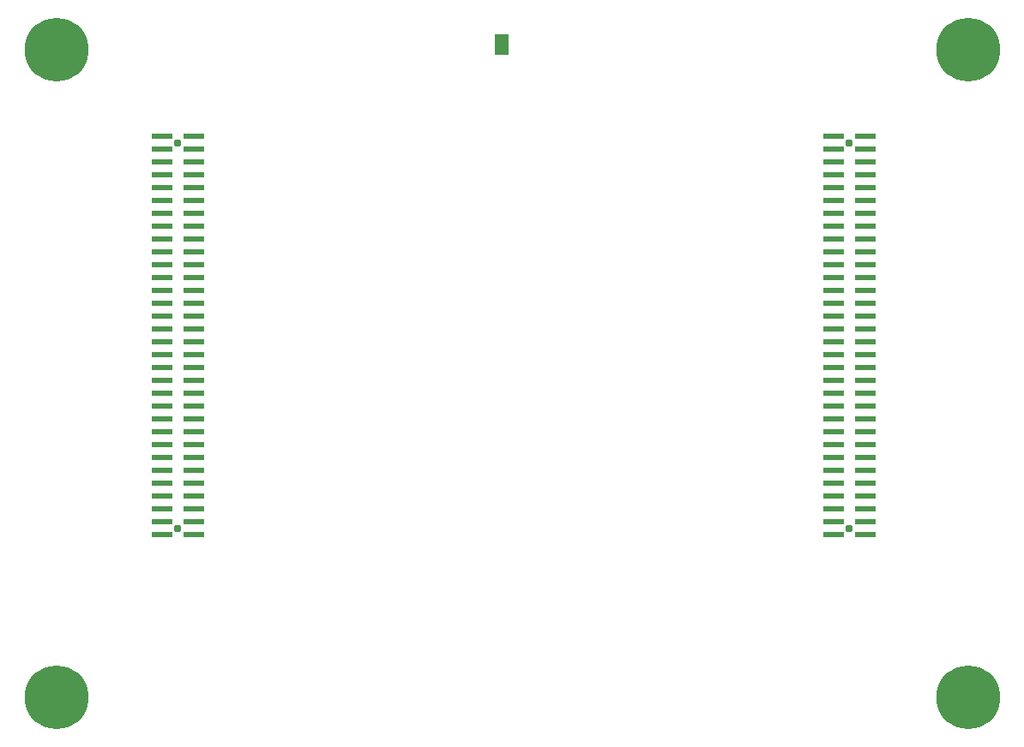
<source format=gbr>
G04 #@! TF.GenerationSoftware,KiCad,Pcbnew,6.0.2-378541a8eb~116~ubuntu21.10.1*
G04 #@! TF.CreationDate,2022-03-11T10:43:47-08:00*
G04 #@! TF.ProjectId,PD_ElectrodeBoard_v7,50445f45-6c65-4637-9472-6f6465426f61,6.2*
G04 #@! TF.SameCoordinates,Original*
G04 #@! TF.FileFunction,Soldermask,Bot*
G04 #@! TF.FilePolarity,Negative*
%FSLAX46Y46*%
G04 Gerber Fmt 4.6, Leading zero omitted, Abs format (unit mm)*
G04 Created by KiCad (PCBNEW 6.0.2-378541a8eb~116~ubuntu21.10.1) date 2022-03-11 10:43:47*
%MOMM*%
%LPD*%
G01*
G04 APERTURE LIST*
G04 Aperture macros list*
%AMRoundRect*
0 Rectangle with rounded corners*
0 $1 Rounding radius*
0 $2 $3 $4 $5 $6 $7 $8 $9 X,Y pos of 4 corners*
0 Add a 4 corners polygon primitive as box body*
4,1,4,$2,$3,$4,$5,$6,$7,$8,$9,$2,$3,0*
0 Add four circle primitives for the rounded corners*
1,1,$1+$1,$2,$3*
1,1,$1+$1,$4,$5*
1,1,$1+$1,$6,$7*
1,1,$1+$1,$8,$9*
0 Add four rect primitives between the rounded corners*
20,1,$1+$1,$2,$3,$4,$5,0*
20,1,$1+$1,$4,$5,$6,$7,0*
20,1,$1+$1,$6,$7,$8,$9,0*
20,1,$1+$1,$8,$9,$2,$3,0*%
G04 Aperture macros list end*
%ADD10C,6.302000*%
%ADD11C,0.787800*%
%ADD12RoundRect,0.051000X-0.927100X0.228600X-0.927100X-0.228600X0.927100X-0.228600X0.927100X0.228600X0*%
%ADD13RoundRect,0.051000X-0.600000X1.000000X-0.600000X-1.000000X0.600000X-1.000000X0.600000X1.000000X0*%
G04 APERTURE END LIST*
D10*
X155000000Y-58750000D03*
X245000000Y-58750000D03*
X155000000Y-122750000D03*
X245000000Y-122750000D03*
D11*
X233300000Y-67950000D03*
X233300000Y-106050000D03*
D12*
X231712500Y-106685000D03*
X234887500Y-106685000D03*
X231712500Y-105415000D03*
X234887500Y-105415000D03*
X231712500Y-104145000D03*
X234887500Y-104145000D03*
X231712500Y-102875000D03*
X234887500Y-102875000D03*
X231712500Y-101605000D03*
X234887500Y-101605000D03*
X231712500Y-100335000D03*
X234887500Y-100335000D03*
X231712500Y-99065000D03*
X234887500Y-99065000D03*
X231712500Y-97795000D03*
X234887500Y-97795000D03*
X231712500Y-96525000D03*
X234887500Y-96525000D03*
X231712500Y-95255000D03*
X234887500Y-95255000D03*
X231712500Y-93985000D03*
X234887500Y-93985000D03*
X231712500Y-92715000D03*
X234887500Y-92715000D03*
X231712500Y-91445000D03*
X234887500Y-91445000D03*
X231712500Y-90175000D03*
X234887500Y-90175000D03*
X231712500Y-88905000D03*
X234887500Y-88905000D03*
X231712500Y-87635000D03*
X234887500Y-87635000D03*
X231712500Y-86365000D03*
X234887500Y-86365000D03*
X231712500Y-85095000D03*
X234887500Y-85095000D03*
X231712500Y-83825000D03*
X234887500Y-83825000D03*
X231712500Y-82555000D03*
X234887500Y-82555000D03*
X231712500Y-81285000D03*
X234887500Y-81285000D03*
X231712500Y-80015000D03*
X234887500Y-80015000D03*
X231712500Y-78745000D03*
X234887500Y-78745000D03*
X231712500Y-77475000D03*
X234887500Y-77475000D03*
X231712500Y-76205000D03*
X234887500Y-76205000D03*
X231712500Y-74935000D03*
X234887500Y-74935000D03*
X231712500Y-73665000D03*
X234887500Y-73665000D03*
X231712500Y-72395000D03*
X234887500Y-72395000D03*
X231712500Y-71125000D03*
X234887500Y-71125000D03*
X231712500Y-69855000D03*
X234887500Y-69855000D03*
X231712500Y-68585000D03*
X234887500Y-68585000D03*
X231712500Y-67315000D03*
X234887500Y-67315000D03*
D11*
X167000000Y-67950000D03*
X167000000Y-106050000D03*
D12*
X165412500Y-106685000D03*
X168587500Y-106685000D03*
X165412500Y-105415000D03*
X168587500Y-105415000D03*
X165412500Y-104145000D03*
X168587500Y-104145000D03*
X165412500Y-102875000D03*
X168587500Y-102875000D03*
X165412500Y-101605000D03*
X168587500Y-101605000D03*
X165412500Y-100335000D03*
X168587500Y-100335000D03*
X165412500Y-99065000D03*
X168587500Y-99065000D03*
X165412500Y-97795000D03*
X168587500Y-97795000D03*
X165412500Y-96525000D03*
X168587500Y-96525000D03*
X165412500Y-95255000D03*
X168587500Y-95255000D03*
X165412500Y-93985000D03*
X168587500Y-93985000D03*
X165412500Y-92715000D03*
X168587500Y-92715000D03*
X165412500Y-91445000D03*
X168587500Y-91445000D03*
X165412500Y-90175000D03*
X168587500Y-90175000D03*
X165412500Y-88905000D03*
X168587500Y-88905000D03*
X165412500Y-87635000D03*
X168587500Y-87635000D03*
X165412500Y-86365000D03*
X168587500Y-86365000D03*
X165412500Y-85095000D03*
X168587500Y-85095000D03*
X165412500Y-83825000D03*
X168587500Y-83825000D03*
X165412500Y-82555000D03*
X168587500Y-82555000D03*
X165412500Y-81285000D03*
X168587500Y-81285000D03*
X165412500Y-80015000D03*
X168587500Y-80015000D03*
X165412500Y-78745000D03*
X168587500Y-78745000D03*
X165412500Y-77475000D03*
X168587500Y-77475000D03*
X165412500Y-76205000D03*
X168587500Y-76205000D03*
X165412500Y-74935000D03*
X168587500Y-74935000D03*
X165412500Y-73665000D03*
X168587500Y-73665000D03*
X165412500Y-72395000D03*
X168587500Y-72395000D03*
X165412500Y-71125000D03*
X168587500Y-71125000D03*
X165412500Y-69855000D03*
X168587500Y-69855000D03*
X165412500Y-68585000D03*
X168587500Y-68585000D03*
X165412500Y-67315000D03*
X168587500Y-67315000D03*
D13*
X199000000Y-58250000D03*
M02*

</source>
